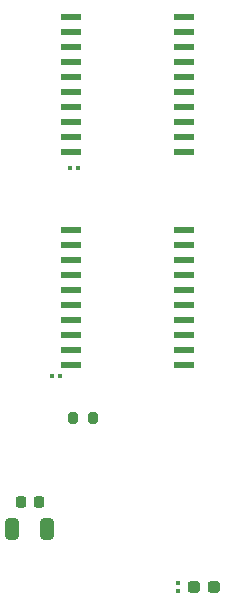
<source format=gtp>
G04 #@! TF.GenerationSoftware,KiCad,Pcbnew,9.0.2*
G04 #@! TF.CreationDate,2025-07-08T19:22:52+03:00*
G04 #@! TF.ProjectId,PCB,5043422e-6b69-4636-9164-5f7063625858,rev?*
G04 #@! TF.SameCoordinates,Original*
G04 #@! TF.FileFunction,Paste,Top*
G04 #@! TF.FilePolarity,Positive*
%FSLAX46Y46*%
G04 Gerber Fmt 4.6, Leading zero omitted, Abs format (unit mm)*
G04 Created by KiCad (PCBNEW 9.0.2) date 2025-07-08 19:22:52*
%MOMM*%
%LPD*%
G01*
G04 APERTURE LIST*
G04 Aperture macros list*
%AMRoundRect*
0 Rectangle with rounded corners*
0 $1 Rounding radius*
0 $2 $3 $4 $5 $6 $7 $8 $9 X,Y pos of 4 corners*
0 Add a 4 corners polygon primitive as box body*
4,1,4,$2,$3,$4,$5,$6,$7,$8,$9,$2,$3,0*
0 Add four circle primitives for the rounded corners*
1,1,$1+$1,$2,$3*
1,1,$1+$1,$4,$5*
1,1,$1+$1,$6,$7*
1,1,$1+$1,$8,$9*
0 Add four rect primitives between the rounded corners*
20,1,$1+$1,$2,$3,$4,$5,0*
20,1,$1+$1,$4,$5,$6,$7,0*
20,1,$1+$1,$6,$7,$8,$9,0*
20,1,$1+$1,$8,$9,$2,$3,0*%
G04 Aperture macros list end*
%ADD10RoundRect,0.200000X-0.200000X-0.275000X0.200000X-0.275000X0.200000X0.275000X-0.200000X0.275000X0*%
%ADD11RoundRect,0.079500X0.079500X0.100500X-0.079500X0.100500X-0.079500X-0.100500X0.079500X-0.100500X0*%
%ADD12RoundRect,0.237500X0.287500X0.237500X-0.287500X0.237500X-0.287500X-0.237500X0.287500X-0.237500X0*%
%ADD13RoundRect,0.225000X-0.225000X-0.250000X0.225000X-0.250000X0.225000X0.250000X-0.225000X0.250000X0*%
%ADD14RoundRect,0.079500X0.100500X-0.079500X0.100500X0.079500X-0.100500X0.079500X-0.100500X-0.079500X0*%
%ADD15R,1.803400X0.533400*%
%ADD16RoundRect,0.250000X-0.325000X-0.650000X0.325000X-0.650000X0.325000X0.650000X-0.325000X0.650000X0*%
G04 APERTURE END LIST*
D10*
X122175000Y-88300000D03*
X123825000Y-88300000D03*
D11*
X121095000Y-84750000D03*
X120405000Y-84750000D03*
D12*
X134135000Y-102580000D03*
X132385000Y-102580000D03*
D13*
X117725000Y-95400000D03*
X119275000Y-95400000D03*
D14*
X131090000Y-102925000D03*
X131090000Y-102235000D03*
D15*
X131575200Y-83815000D03*
X131575200Y-82545000D03*
X131575200Y-81275000D03*
X131575200Y-80005000D03*
X131575200Y-78735000D03*
X131575200Y-77465000D03*
X131575200Y-76195000D03*
X131575200Y-74925000D03*
X131575200Y-73655000D03*
X131575200Y-72385000D03*
X122024800Y-72385000D03*
X122024800Y-73655000D03*
X122024800Y-74925000D03*
X122024800Y-76195000D03*
X122024800Y-77465000D03*
X122024800Y-78735000D03*
X122024800Y-80005000D03*
X122024800Y-81275000D03*
X122024800Y-82545000D03*
X122024800Y-83815000D03*
D11*
X122595000Y-67150000D03*
X121905000Y-67150000D03*
D16*
X117012000Y-97686000D03*
X119962000Y-97686000D03*
D15*
X131575200Y-65815000D03*
X131575200Y-64545000D03*
X131575200Y-63275000D03*
X131575200Y-62005000D03*
X131575200Y-60735000D03*
X131575200Y-59465000D03*
X131575200Y-58195000D03*
X131575200Y-56925000D03*
X131575200Y-55655000D03*
X131575200Y-54385000D03*
X122024800Y-54385000D03*
X122024800Y-55655000D03*
X122024800Y-56925000D03*
X122024800Y-58195000D03*
X122024800Y-59465000D03*
X122024800Y-60735000D03*
X122024800Y-62005000D03*
X122024800Y-63275000D03*
X122024800Y-64545000D03*
X122024800Y-65815000D03*
M02*

</source>
